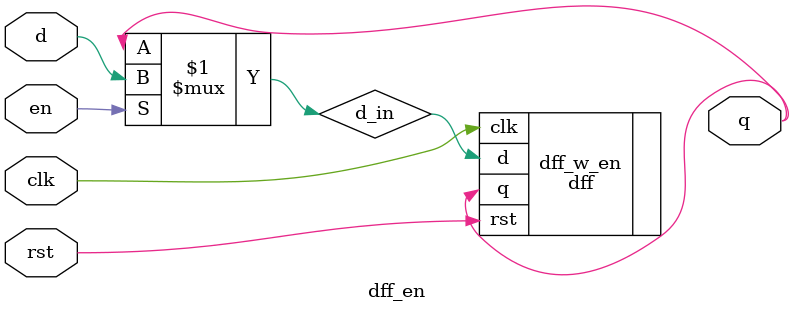
<source format=v>
module dff_en(
	      input clk,
	      input rst,
	      input d,
	      input en,
	      output q
	      );

   wire 	     d_in = en ? d : q;

   dff dff_w_en (.d(d_in), .q(q), .clk(clk), .rst(rst));
   
endmodule 

</source>
